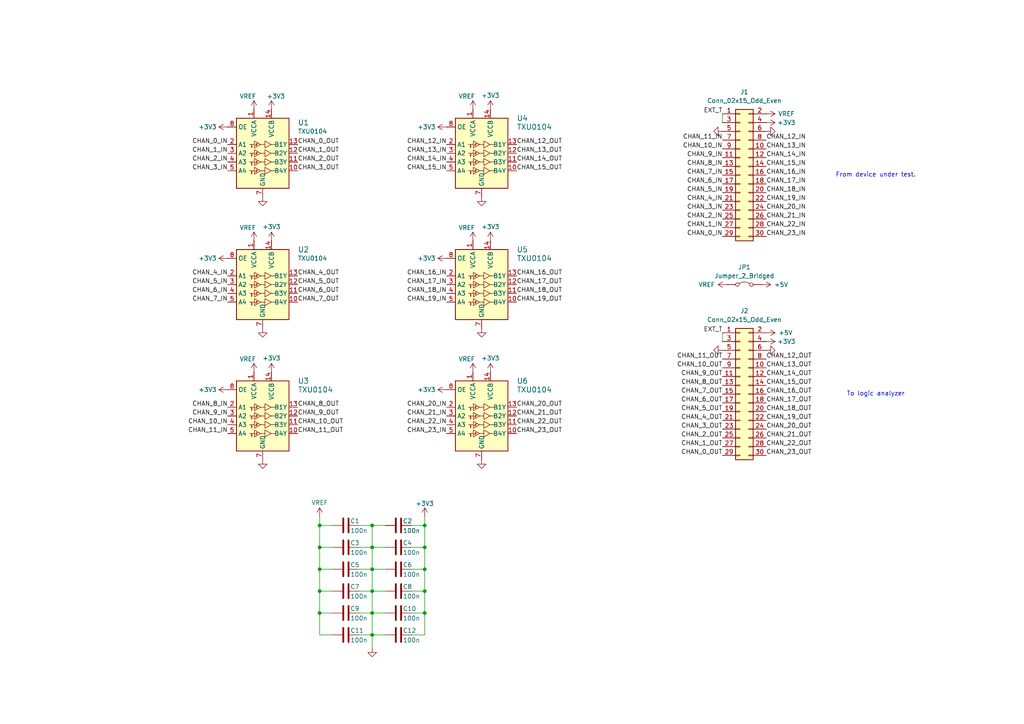
<source format=kicad_sch>
(kicad_sch (version 20231120) (generator "eeschema") (generator_version "8.0")
  (paper "A4")
  (title_block (title "peeko input level shifter") (date "2024-09-19") (rev "001"))
  (lib_symbols
    (symbol "000_LOCAL:Jumper_2_Bridged" (pin_numbers hide) (pin_names (offset 0) hide) (exclude_from_sim yes)
      (property "Reference" "JP" (at 0 1.905 0))
      (property "Value" "Jumper_2_Bridged" (at 0 -2.54 0))
      (symbol "Jumper_2_Bridged_0_0"
        (circle (center -2.032 0) (radius 0.508))
        (circle (center 2.032 0) (radius 0.508))
      )
      (symbol "Jumper_2_Bridged_0_1"
        (arc (start 1.524 0.254) (mid 0 0.762) (end -1.524 0.254))
      )
      (symbol "Jumper_2_Bridged_1_1"
        (pin passive line (at -5.08 0 0) (length 2.54) (name "A") (number "1"))
        (pin passive line (at 5.08 0 180) (length 2.54) (name "B") (number "2"))
      )
    )
    (symbol "000_LOCAL:TXU0104"
      (property "Reference" "U" (at -6.35 11.43 0))
      (property "Value" "TXU0104" (at 3.81 11.43 0))
      (symbol "TXU0104_0_1"
        (rectangle (start -7.62 10.16) (end 7.62 -10.16) (stroke (width 0.254)) (fill (type background)))
        (polyline (pts (xy -2.413 -5.08) (xy -3.81 -5.08)))
        (polyline (pts (xy -2.413 -2.54) (xy -3.81 -2.54)))
        (polyline (pts (xy -2.413 0) (xy -3.81 0)))
        (polyline (pts (xy -2.413 2.54) (xy -3.81 2.54)))
        (polyline (pts (xy -0.635 -5.08) (xy 0.635 -5.08)))
        (polyline (pts (xy -0.635 -2.54) (xy 0.635 -2.54)))
        (polyline (pts (xy -0.635 0) (xy 0.635 0)))
        (polyline (pts (xy -0.635 2.54) (xy 0.635 2.54)))
        (polyline (pts (xy 2.413 -5.08) (xy 3.81 -5.08)))
        (polyline (pts (xy 2.413 -2.54) (xy 3.81 -2.54)))
        (polyline (pts (xy 2.413 0) (xy 3.81 0)))
        (polyline (pts (xy 2.413 2.54) (xy 3.81 2.54)))
        (polyline (pts (xy -0.635 -5.08) (xy -2.413 -6.096) (xy -2.413 -4.064) (xy -0.635 -5.08)))
        (polyline (pts (xy -0.635 -2.54) (xy -2.413 -3.556) (xy -2.413 -1.524) (xy -0.635 -2.54)))
        (polyline (pts (xy -0.635 0) (xy -2.413 -1.016) (xy -2.413 1.016) (xy -0.635 0)))
        (polyline (pts (xy -0.635 2.54) (xy -2.413 1.524) (xy -2.413 3.556) (xy -0.635 2.54)))
        (polyline (pts (xy 2.413 -5.08) (xy 0.635 -6.096) (xy 0.635 -4.064) (xy 2.413 -5.08)))
        (polyline (pts (xy 2.413 -2.54) (xy 0.635 -3.556) (xy 0.635 -1.524) (xy 2.413 -2.54)))
        (polyline (pts (xy 2.413 0) (xy 0.635 -1.016) (xy 0.635 1.016) (xy 2.413 0)))
        (polyline (pts (xy 2.413 2.54) (xy 0.635 1.524) (xy 0.635 3.556) (xy 2.413 2.54)))
        (polyline (pts (xy -3.175 -5.08) (xy -3.175 -5.207) (xy -3.302 -5.334) (xy -3.048 -5.461) (xy -3.302 -5.588) (xy -3.048 -5.715) (xy -3.302 -5.842) (xy -3.175 -5.969) (xy -3.175 -6.096)))
        (polyline (pts (xy -3.175 -2.54) (xy -3.175 -2.667) (xy -3.302 -2.794) (xy -3.048 -2.921) (xy -3.302 -3.048) (xy -3.048 -3.175) (xy -3.302 -3.302) (xy -3.175 -3.429) (xy -3.175 -3.556)))
        (polyline (pts (xy -3.175 0) (xy -3.175 -0.127) (xy -3.302 -0.254) (xy -3.048 -0.381) (xy -3.302 -0.508) (xy -3.048 -0.635) (xy -3.302 -0.762) (xy -3.175 -0.889) (xy -3.175 -1.016)))
        (polyline (pts (xy -3.175 2.54) (xy -3.175 2.413) (xy -3.302 2.286) (xy -3.048 2.159) (xy -3.302 2.032) (xy -3.048 1.905) (xy -3.302 1.778) (xy -3.175 1.651) (xy -3.175 1.524)))
      )
      (symbol "TXU0104_1_1"
        (polyline (pts (xy -1.6764 -4.8514) (xy -1.4224 -4.8514)))
        (polyline (pts (xy -1.6764 -2.3114) (xy -1.4224 -2.3114)))
        (polyline (pts (xy -1.6764 0.2286) (xy -1.4224 0.2286)))
        (polyline (pts (xy -1.6764 2.7686) (xy -1.4224 2.7686)))
        (polyline (pts (xy -1.9304 -5.3594) (xy -1.9304 -4.8514) (xy -1.6764 -4.8514) (xy -1.6764 -5.3594) (xy -2.1844 -5.3594)))
        (polyline (pts (xy -1.9304 -2.8194) (xy -1.9304 -2.3114) (xy -1.6764 -2.3114) (xy -1.6764 -2.8194) (xy -2.1844 -2.8194)))
        (polyline (pts (xy -1.9304 -0.2794) (xy -1.9304 0.2286) (xy -1.6764 0.2286) (xy -1.6764 -0.2794) (xy -2.1844 -0.2794)))
        (polyline (pts (xy -1.9304 2.2606) (xy -1.9304 2.7686) (xy -1.6764 2.7686) (xy -1.6764 2.2606) (xy -2.1844 2.2606)))
        (pin power_in line (at -2.54 12.7 270) (length 2.54) (name "VCCA") (number "1"))
        (pin tri_state line (at 10.16 -5.08 180) (length 2.54) (name "B4Y") (number "10"))
        (pin tri_state line (at 10.16 -2.54 180) (length 2.54) (name "B3Y") (number "11"))
        (pin tri_state line (at 10.16 0 180) (length 2.54) (name "B2Y") (number "12"))
        (pin tri_state line (at 10.16 2.54 180) (length 2.54) (name "B1Y") (number "13"))
        (pin power_in line (at 2.54 12.7 270) (length 2.54) (name "VCCB") (number "14"))
        (pin input line (at -10.16 2.54 0) (length 2.54) (name "A1") (number "2"))
        (pin input line (at -10.16 0 0) (length 2.54) (name "A2") (number "3"))
        (pin input line (at -10.16 -2.54 0) (length 2.54) (name "A3") (number "4"))
        (pin input line (at -10.16 -5.08 0) (length 2.54) (name "A4") (number "5"))
        (pin no_connect line (at -7.62 -7.62 0) (length 2.54) hide (name "NC") (number "6"))
        (pin power_in line (at 0 -12.7 90) (length 2.54) (name "GND") (number "7"))
        (pin input line (at -10.16 7.62 0) (length 2.54) (name "OE") (number "8"))
        (pin no_connect line (at 7.62 -7.62 180) (length 2.54) hide (name "NC") (number "9"))
      )
    )
    (symbol "Connector_Generic:Conn_02x15_Odd_Even" (pin_names (offset 1.016) hide)
      (property "Reference" "J" (at 1.27 20.32 0))
      (property "Value" "Conn_02x15_Odd_Even" (at 1.27 -20.32 0))
      (symbol "Conn_02x15_Odd_Even_1_1"
        (rectangle (start -1.27 -17.653) (end 0 -17.907) (stroke (width 0.1524)))
        (rectangle (start -1.27 -15.113) (end 0 -15.367) (stroke (width 0.1524)))
        (rectangle (start -1.27 -12.573) (end 0 -12.827) (stroke (width 0.1524)))
        (rectangle (start -1.27 -10.033) (end 0 -10.287) (stroke (width 0.1524)))
        (rectangle (start -1.27 -7.493) (end 0 -7.747) (stroke (width 0.1524)))
        (rectangle (start -1.27 -4.953) (end 0 -5.207) (stroke (width 0.1524)))
        (rectangle (start -1.27 -2.413) (end 0 -2.667) (stroke (width 0.1524)))
        (rectangle (start -1.27 0.127) (end 0 -0.127) (stroke (width 0.1524)))
        (rectangle (start -1.27 2.667) (end 0 2.413) (stroke (width 0.1524)))
        (rectangle (start -1.27 5.207) (end 0 4.953) (stroke (width 0.1524)))
        (rectangle (start -1.27 7.747) (end 0 7.493) (stroke (width 0.1524)))
        (rectangle (start -1.27 10.287) (end 0 10.033) (stroke (width 0.1524)))
        (rectangle (start -1.27 12.827) (end 0 12.573) (stroke (width 0.1524)))
        (rectangle (start -1.27 15.367) (end 0 15.113) (stroke (width 0.1524)))
        (rectangle (start -1.27 17.907) (end 0 17.653) (stroke (width 0.1524)))
        (rectangle (start -1.27 19.05) (end 3.81 -19.05) (stroke (width 0.254)) (fill (type background)))
        (rectangle (start 3.81 -17.653) (end 2.54 -17.907) (stroke (width 0.1524)))
        (rectangle (start 3.81 -15.113) (end 2.54 -15.367) (stroke (width 0.1524)))
        (rectangle (start 3.81 -12.573) (end 2.54 -12.827) (stroke (width 0.1524)))
        (rectangle (start 3.81 -10.033) (end 2.54 -10.287) (stroke (width 0.1524)))
        (rectangle (start 3.81 -7.493) (end 2.54 -7.747) (stroke (width 0.1524)))
        (rectangle (start 3.81 -4.953) (end 2.54 -5.207) (stroke (width 0.1524)))
        (rectangle (start 3.81 -2.413) (end 2.54 -2.667) (stroke (width 0.1524)))
        (rectangle (start 3.81 0.127) (end 2.54 -0.127) (stroke (width 0.1524)))
        (rectangle (start 3.81 2.667) (end 2.54 2.413) (stroke (width 0.1524)))
        (rectangle (start 3.81 5.207) (end 2.54 4.953) (stroke (width 0.1524)))
        (rectangle (start 3.81 7.747) (end 2.54 7.493) (stroke (width 0.1524)))
        (rectangle (start 3.81 10.287) (end 2.54 10.033) (stroke (width 0.1524)))
        (rectangle (start 3.81 12.827) (end 2.54 12.573) (stroke (width 0.1524)))
        (rectangle (start 3.81 15.367) (end 2.54 15.113) (stroke (width 0.1524)))
        (rectangle (start 3.81 17.907) (end 2.54 17.653) (stroke (width 0.1524)))
        (pin passive line (at -5.08 17.78 0) (length 3.81) (name "Pin_1") (number "1"))
        (pin passive line (at 7.62 7.62 180) (length 3.81) (name "Pin_10") (number "10"))
        (pin passive line (at -5.08 5.08 0) (length 3.81) (name "Pin_11") (number "11"))
        (pin passive line (at 7.62 5.08 180) (length 3.81) (name "Pin_12") (number "12"))
        (pin passive line (at -5.08 2.54 0) (length 3.81) (name "Pin_13") (number "13"))
        (pin passive line (at 7.62 2.54 180) (length 3.81) (name "Pin_14") (number "14"))
        (pin passive line (at -5.08 0 0) (length 3.81) (name "Pin_15") (number "15"))
        (pin passive line (at 7.62 0 180) (length 3.81) (name "Pin_16") (number "16"))
        (pin passive line (at -5.08 -2.54 0) (length 3.81) (name "Pin_17") (number "17"))
        (pin passive line (at 7.62 -2.54 180) (length 3.81) (name "Pin_18") (number "18"))
        (pin passive line (at -5.08 -5.08 0) (length 3.81) (name "Pin_19") (number "19"))
        (pin passive line (at 7.62 17.78 180) (length 3.81) (name "Pin_2") (number "2"))
        (pin passive line (at 7.62 -5.08 180) (length 3.81) (name "Pin_20") (number "20"))
        (pin passive line (at -5.08 -7.62 0) (length 3.81) (name "Pin_21") (number "21"))
        (pin passive line (at 7.62 -7.62 180) (length 3.81) (name "Pin_22") (number "22"))
        (pin passive line (at -5.08 -10.16 0) (length 3.81) (name "Pin_23") (number "23"))
        (pin passive line (at 7.62 -10.16 180) (length 3.81) (name "Pin_24") (number "24"))
        (pin passive line (at -5.08 -12.7 0) (length 3.81) (name "Pin_25") (number "25"))
        (pin passive line (at 7.62 -12.7 180) (length 3.81) (name "Pin_26") (number "26"))
        (pin passive line (at -5.08 -15.24 0) (length 3.81) (name "Pin_27") (number "27"))
        (pin passive line (at 7.62 -15.24 180) (length 3.81) (name "Pin_28") (number "28"))
        (pin passive line (at -5.08 -17.78 0) (length 3.81) (name "Pin_29") (number "29"))
        (pin passive line (at -5.08 15.24 0) (length 3.81) (name "Pin_3") (number "3"))
        (pin passive line (at 7.62 -17.78 180) (length 3.81) (name "Pin_30") (number "30"))
        (pin passive line (at 7.62 15.24 180) (length 3.81) (name "Pin_4") (number "4"))
        (pin passive line (at -5.08 12.7 0) (length 3.81) (name "Pin_5") (number "5"))
        (pin passive line (at 7.62 12.7 180) (length 3.81) (name "Pin_6") (number "6"))
        (pin passive line (at -5.08 10.16 0) (length 3.81) (name "Pin_7") (number "7"))
        (pin passive line (at 7.62 10.16 180) (length 3.81) (name "Pin_8") (number "8"))
        (pin passive line (at -5.08 7.62 0) (length 3.81) (name "Pin_9") (number "9"))
      )
    )
    (symbol "Device:C" (pin_numbers hide) (pin_names (offset 0.254))
      (property "Reference" "C" (at 0.635 2.54 0))
      (property "Value" "C" (at 0.635 -2.54 0))
      (symbol "C_0_1"
        (polyline (pts (xy -2.032 -0.762) (xy 2.032 -0.762)) (stroke (width 0.508)))
        (polyline (pts (xy -2.032 0.762) (xy 2.032 0.762)) (stroke (width 0.508)))
      )
      (symbol "C_1_1"
        (pin passive line (at 0 3.81 270) (length 2.794) (name "~") (number "1"))
        (pin passive line (at 0 -3.81 90) (length 2.794) (name "~") (number "2"))
      )
    )
    (symbol "power:+3V3" (power) (pin_numbers hide) (pin_names (offset 0) hide)
      (property "Value" "+3V3" (at 0 3.556 0))
      (symbol "+3V3_0_1"
        (polyline (pts (xy -0.762 1.27) (xy 0 2.54)))
        (polyline (pts (xy 0 0) (xy 0 2.54)))
        (polyline (pts (xy 0 2.54) (xy 0.762 1.27)))
      )
      (symbol "+3V3_1_1"
        (pin power_in line (at 0 0 90) (length 0) (name "~") (number "1"))
      )
    )
    (symbol "power:+5V" (power) (pin_numbers hide) (pin_names (offset 0) hide)
      (property "Value" "+5V" (at 0 3.556 0))
      (symbol "+5V_0_1"
        (polyline (pts (xy -0.762 1.27) (xy 0 2.54)))
        (polyline (pts (xy 0 0) (xy 0 2.54)))
        (polyline (pts (xy 0 2.54) (xy 0.762 1.27)))
      )
      (symbol "+5V_1_1"
        (pin power_in line (at 0 0 90) (length 0) (name "~") (number "1"))
      )
    )
    (symbol "power:GND" (power) (pin_numbers hide) (pin_names (offset 0) hide)
      (property "Value" "GND" (at 0 -3.81 0))
      (symbol "GND_0_1"
        (polyline (pts (xy 0 0) (xy 0 -1.27) (xy 1.27 -1.27) (xy 0 -2.54) (xy -1.27 -1.27) (xy 0 -1.27)))
      )
      (symbol "GND_1_1"
        (pin power_in line (at 0 0 270) (length 0) (name "~") (number "1"))
      )
    )
    (symbol "power:VBUS" (power) (pin_numbers hide) (pin_names (offset 0) hide)
      (property "Value" "VBUS" (at 0 3.556 0))
      (symbol "VBUS_0_1"
        (polyline (pts (xy -0.762 1.27) (xy 0 2.54)))
        (polyline (pts (xy 0 0) (xy 0 2.54)))
        (polyline (pts (xy 0 2.54) (xy 0.762 1.27)))
      )
      (symbol "VBUS_1_1"
        (pin power_in line (at 0 0 90) (length 0) (name "~") (number "1"))
      )
    )
  )
  (junction (at 92.71 152.4))
  (junction (at 107.95 177.8))
  (junction (at 123.19 165.1))
  (junction (at 107.95 171.45))
  (junction (at 92.71 177.8))
  (junction (at 107.95 158.75))
  (junction (at 92.71 158.75))
  (junction (at 107.95 165.1))
  (junction (at 92.71 165.1))
  (junction (at 92.71 171.45))
  (junction (at 123.19 177.8))
  (junction (at 123.19 158.75))
  (junction (at 123.19 152.4))
  (junction (at 107.95 184.15))
  (junction (at 107.95 152.4))
  (junction (at 123.19 171.45))
  (wire (pts (xy 123.19 158.75) (xy 123.19 165.1)))
  (wire (pts (xy 209.55 35.56) (xy 209.55 33.02)))
  (wire (pts (xy 107.95 177.8) (xy 111.76 177.8)))
  (wire (pts (xy 119.38 165.1) (xy 123.19 165.1)))
  (wire (pts (xy 104.14 171.45) (xy 107.95 171.45)))
  (wire (pts (xy 107.95 171.45) (xy 111.76 171.45)))
  (wire (pts (xy 119.38 152.4) (xy 123.19 152.4)))
  (wire (pts (xy 107.95 177.8) (xy 107.95 184.15)))
  (wire (pts (xy 123.19 152.4) (xy 123.19 158.75)))
  (wire (pts (xy 123.19 165.1) (xy 123.19 171.45)))
  (wire (pts (xy 92.71 171.45) (xy 96.52 171.45)))
  (wire (pts (xy 92.71 165.1) (xy 92.71 171.45)))
  (wire (pts (xy 92.71 158.75) (xy 96.52 158.75)))
  (wire (pts (xy 104.14 177.8) (xy 107.95 177.8)))
  (wire (pts (xy 119.38 158.75) (xy 123.19 158.75)))
  (wire (pts (xy 107.95 158.75) (xy 111.76 158.75)))
  (wire (pts (xy 107.95 171.45) (xy 107.95 177.8)))
  (wire (pts (xy 107.95 152.4) (xy 107.95 158.75)))
  (wire (pts (xy 119.38 184.15) (xy 123.19 184.15)))
  (wire (pts (xy 92.71 177.8) (xy 96.52 177.8)))
  (wire (pts (xy 107.95 165.1) (xy 111.76 165.1)))
  (wire (pts (xy 92.71 184.15) (xy 96.52 184.15)))
  (wire (pts (xy 92.71 165.1) (xy 96.52 165.1)))
  (wire (pts (xy 123.19 177.8) (xy 123.19 184.15)))
  (wire (pts (xy 209.55 99.06) (xy 209.55 96.52)))
  (wire (pts (xy 104.14 152.4) (xy 107.95 152.4)))
  (wire (pts (xy 119.38 171.45) (xy 123.19 171.45)))
  (wire (pts (xy 123.19 149.86) (xy 123.19 152.4)))
  (wire (pts (xy 119.38 177.8) (xy 123.19 177.8)))
  (wire (pts (xy 123.19 171.45) (xy 123.19 177.8)))
  (wire (pts (xy 107.95 187.96) (xy 107.95 184.15)))
  (wire (pts (xy 92.71 152.4) (xy 96.52 152.4)))
  (wire (pts (xy 92.71 158.75) (xy 92.71 165.1)))
  (wire (pts (xy 107.95 158.75) (xy 107.95 165.1)))
  (wire (pts (xy 104.14 184.15) (xy 107.95 184.15)))
  (wire (pts (xy 107.95 152.4) (xy 111.76 152.4)))
  (wire (pts (xy 104.14 158.75) (xy 107.95 158.75)))
  (wire (pts (xy 104.14 165.1) (xy 107.95 165.1)))
  (wire (pts (xy 107.95 165.1) (xy 107.95 171.45)))
  (wire (pts (xy 107.95 184.15) (xy 111.76 184.15)))
  (wire (pts (xy 92.71 171.45) (xy 92.71 177.8)))
  (wire (pts (xy 92.71 149.86) (xy 92.71 152.4)))
  (wire (pts (xy 92.71 152.4) (xy 92.71 158.75)))
  (wire (pts (xy 92.71 177.8) (xy 92.71 184.15)))
  (text "To logic analyzer" (at 254 114.3 0) (effects (font (size 1.27 1.27))))
  (text "From device under test." (at 254 50.8 0) (effects (font (size 1.27 1.27))))
  (label "CHAN_8_IN" (at 66.04 118.11 180))
  (label "CHAN_9_IN" (at 66.04 120.65 180))
  (label "CHAN_3_IN" (at 209.55 60.96 180))
  (label "CHAN_12_OUT" (at 222.25 104.14 0))
  (label "CHAN_3_OUT" (at 86.36 49.53 0))
  (label "CHAN_19_OUT" (at 149.86 87.63 0))
  (label "CHAN_7_OUT" (at 209.55 114.3 180))
  (label "CHAN_9_IN" (at 209.55 45.72 180))
  (label "CHAN_16_OUT" (at 149.86 80.01 0))
  (label "CHAN_23_IN" (at 129.54 125.73 180))
  (label "CHAN_12_IN" (at 129.54 41.91 180))
  (label "CHAN_5_IN" (at 209.55 55.88 180))
  (label "CHAN_20_IN" (at 222.25 60.96 0))
  (label "CHAN_11_IN" (at 66.04 125.73 180))
  (label "CHAN_6_OUT" (at 86.36 85.09 0))
  (label "CHAN_20_IN" (at 129.54 118.11 180))
  (label "CHAN_7_IN" (at 209.55 50.8 180))
  (label "CHAN_21_IN" (at 129.54 120.65 180))
  (label "CHAN_5_OUT" (at 209.55 119.38 180))
  (label "CHAN_21_OUT" (at 222.25 127 0))
  (label "CHAN_14_IN" (at 129.54 46.99 180))
  (label "CHAN_13_OUT" (at 149.86 44.45 0))
  (label "CHAN_2_IN" (at 209.55 63.5 180))
  (label "CHAN_3_OUT" (at 209.55 124.46 180))
  (label "CHAN_2_IN" (at 66.04 46.99 180))
  (label "CHAN_8_OUT" (at 209.55 111.76 180))
  (label "CHAN_3_IN" (at 66.04 49.53 180))
  (label "CHAN_14_OUT" (at 149.86 46.99 0))
  (label "CHAN_22_IN" (at 129.54 123.19 180))
  (label "CHAN_13_IN" (at 129.54 44.45 180))
  (label "CHAN_14_OUT" (at 222.25 109.22 0))
  (label "CHAN_22_OUT" (at 149.86 123.19 0))
  (label "CHAN_0_IN" (at 66.04 41.91 180))
  (label "CHAN_21_OUT" (at 149.86 120.65 0))
  (label "CHAN_19_OUT" (at 222.25 121.92 0))
  (label "CHAN_1_OUT" (at 209.55 129.54 180))
  (label "CHAN_10_OUT" (at 86.36 123.19 0))
  (label "EXT_T" (at 209.55 33.02 180))
  (label "CHAN_8_OUT" (at 86.36 118.11 0))
  (label "CHAN_0_IN" (at 209.55 68.58 180))
  (label "CHAN_4_IN" (at 66.04 80.01 180))
  (label "CHAN_5_IN" (at 66.04 82.55 180))
  (label "CHAN_0_OUT" (at 86.36 41.91 0))
  (label "CHAN_19_IN" (at 129.54 87.63 180))
  (label "CHAN_23_IN" (at 222.25 68.58 0))
  (label "CHAN_4_IN" (at 209.55 58.42 180))
  (label "CHAN_8_IN" (at 209.55 48.26 180))
  (label "CHAN_5_OUT" (at 86.36 82.55 0))
  (label "CHAN_16_IN" (at 222.25 50.8 0))
  (label "CHAN_16_OUT" (at 222.25 114.3 0))
  (label "CHAN_0_OUT" (at 209.55 132.08 180))
  (label "CHAN_19_IN" (at 222.25 58.42 0))
  (label "CHAN_1_IN" (at 209.55 66.04 180))
  (label "CHAN_15_IN" (at 222.25 48.26 0))
  (label "CHAN_18_IN" (at 222.25 55.88 0))
  (label "CHAN_17_OUT" (at 222.25 116.84 0))
  (label "CHAN_17_IN" (at 222.25 53.34 0))
  (label "CHAN_22_IN" (at 222.25 66.04 0))
  (label "CHAN_22_OUT" (at 222.25 129.54 0))
  (label "CHAN_4_OUT" (at 209.55 121.92 180))
  (label "CHAN_16_IN" (at 129.54 80.01 180))
  (label "CHAN_6_IN" (at 66.04 85.09 180))
  (label "CHAN_1_OUT" (at 86.36 44.45 0))
  (label "CHAN_6_OUT" (at 209.55 116.84 180))
  (label "CHAN_15_OUT" (at 222.25 111.76 0))
  (label "CHAN_9_OUT" (at 209.55 109.22 180))
  (label "CHAN_12_OUT" (at 149.86 41.91 0))
  (label "CHAN_15_IN" (at 129.54 49.53 180))
  (label "CHAN_23_OUT" (at 149.86 125.73 0))
  (label "CHAN_4_OUT" (at 86.36 80.01 0))
  (label "CHAN_7_OUT" (at 86.36 87.63 0))
  (label "CHAN_11_OUT" (at 86.36 125.73 0))
  (label "CHAN_10_IN" (at 209.55 43.18 180))
  (label "CHAN_20_OUT" (at 222.25 124.46 0))
  (label "CHAN_18_IN" (at 129.54 85.09 180))
  (label "CHAN_13_OUT" (at 222.25 106.68 0))
  (label "CHAN_9_OUT" (at 86.36 120.65 0))
  (label "EXT_T" (at 209.55 96.52 180))
  (label "CHAN_17_OUT" (at 149.86 82.55 0))
  (label "CHAN_23_OUT" (at 222.25 132.08 0))
  (label "CHAN_20_OUT" (at 149.86 118.11 0))
  (label "CHAN_18_OUT" (at 222.25 119.38 0))
  (label "CHAN_10_IN" (at 66.04 123.19 180))
  (label "CHAN_12_IN" (at 222.25 40.64 0))
  (label "CHAN_2_OUT" (at 209.55 127 180))
  (label "CHAN_15_OUT" (at 149.86 49.53 0))
  (label "CHAN_2_OUT" (at 86.36 46.99 0))
  (label "CHAN_7_IN" (at 66.04 87.63 180))
  (label "CHAN_1_IN" (at 66.04 44.45 180))
  (label "CHAN_17_IN" (at 129.54 82.55 180))
  (label "CHAN_11_OUT" (at 209.55 104.14 180))
  (label "CHAN_14_IN" (at 222.25 45.72 0))
  (label "CHAN_6_IN" (at 209.55 53.34 180))
  (label "CHAN_13_IN" (at 222.25 43.18 0))
  (label "CHAN_21_IN" (at 222.25 63.5 0))
  (label "CHAN_18_OUT" (at 149.86 85.09 0))
  (label "CHAN_10_OUT" (at 209.55 106.68 180))
  (label "CHAN_11_IN" (at 209.55 40.64 180))
  (symbol (lib_id "power:+3V3") (at 78.74 31.75 0) (unit 1)
    (property "Reference" "#PWR02" (effects (hide yes)))
    (property "Value" "+3V3" (at 80.01 27.94 0))
    (property "Description" "Power symbol creates a global label with name \"+3V3\"" (effects (hide yes)))
  )
  (symbol (lib_id "power:GND") (at 107.95 187.96 0) (mirror y) (unit 1)
    (property "Reference" "#PWR027" (effects (hide yes)))
    (property "Value" "GND" (effects (hide yes)))
    (property "Description" "Power symbol creates a global label with name \"GND\" , ground" (effects (hide yes)))
  )
  (symbol (lib_id "Device:C") (at 115.57 152.4 270) (unit 1)
    (property "Reference" "C2" (at 116.84 151.13 90) (effects (justify left)))
    (property "Value" "100n" (at 116.84 153.924 90) (effects (justify left)))
    (property "Footprint" "000_LOCAL:C_0805" (effects (hide yes)))
  )
  (symbol (lib_id "power:GND") (at 76.2 57.15 0) (unit 1)
    (property "Reference" "#PWR01" (effects (hide yes)))
    (property "Value" "GND" (effects (hide yes)))
    (property "Description" "Power symbol creates a global label with name \"GND\" , ground" (effects (hide yes)))
  )
  (symbol (lib_id "power:+3V3") (at 78.74 107.95 0) (unit 1)
    (property "Reference" "#PWR011" (effects (hide yes)))
    (property "Value" "+3V3" (at 78.74 103.886 0))
    (property "Description" "Power symbol creates a global label with name \"+3V3\"" (effects (hide yes)))
  )
  (symbol (lib_id "Device:C") (at 115.57 184.15 270) (unit 1)
    (property "Reference" "C12" (at 116.84 182.88 90) (effects (justify left)))
    (property "Value" "100n" (at 116.84 185.674 90) (effects (justify left)))
    (property "Footprint" "000_LOCAL:C_0805" (effects (hide yes)))
  )
  (symbol (lib_id "power:+5V") (at 222.25 96.52 270) (mirror x) (unit 1)
    (property "Reference" "#PWR030" (effects (hide yes)))
    (property "Value" "+5V" (at 225.806 96.52 90) (effects (justify left)))
    (property "Description" "Power symbol creates a global label with name \"+5V\"" (effects (hide yes)))
  )
  (symbol (lib_id "power:+3V3") (at 129.54 36.83 90) (unit 1)
    (property "Reference" "#PWR013" (effects (hide yes)))
    (property "Value" "+3V3" (at 123.698 36.83 90))
    (property "Description" "Power symbol creates a global label with name \"+3V3\"" (effects (hide yes)))
  )
  (symbol (lib_id "Device:C") (at 100.33 165.1 270) (unit 1)
    (property "Reference" "C5" (at 101.6 163.83 90) (effects (justify left)))
    (property "Value" "100n" (at 101.6 166.624 90) (effects (justify left)))
    (property "Footprint" "000_LOCAL:C_0805" (effects (hide yes)))
  )
  (symbol (lib_id "power:VBUS") (at 73.66 107.95 0) (unit 1)
    (property "Reference" "#PWR010" (effects (hide yes)))
    (property "Value" "VREF" (at 71.882 104.14 0))
  )
  (symbol (lib_id "000_LOCAL:TXU0104") (at 76.2 82.55 0) (unit 1)
    (property "Reference" "U2" (at 86.36 72.39 0) (effects (font (size 1.524 1.524)) (justify left)))
    (property "Value" "TXU0104" (at 86.36 74.93 0) (effects (justify left)))
    (property "Footprint" "000_LOCAL:TSSOP-14_4.4x5mm_P0.65mm" (effects (hide yes)))
    (property "Datasheet" "datasheets/txu0104.pdf" (effects (hide yes)))
    (property "Description" "4-Bit Unidirectional Voltage-Level Translator, Schmitt trigger input, tri-state output, 1.1v to 5.5v, vTSSOP-14" (effects (hide yes)))
  )
  (symbol (lib_id "Device:C") (at 115.57 165.1 270) (unit 1)
    (property "Reference" "C6" (at 116.84 163.83 90) (effects (justify left)))
    (property "Value" "100n" (at 116.84 166.624 90) (effects (justify left)))
    (property "Footprint" "000_LOCAL:C_0805" (effects (hide yes)))
  )
  (symbol (lib_id "Device:C") (at 115.57 177.8 270) (unit 1)
    (property "Reference" "C10" (at 116.84 176.53 90) (effects (justify left)))
    (property "Value" "100n" (at 116.84 179.324 90) (effects (justify left)))
    (property "Footprint" "000_LOCAL:C_0805" (effects (hide yes)))
  )
  (symbol (lib_id "power:+3V3") (at 78.74 69.85 0) (unit 1)
    (property "Reference" "#PWR06" (effects (hide yes)))
    (property "Value" "+3V3" (at 78.74 65.786 0))
    (property "Description" "Power symbol creates a global label with name \"+3V3\"" (effects (hide yes)))
  )
  (symbol (lib_id "power:+3V3") (at 222.25 99.06 270) (mirror x) (unit 1)
    (property "Reference" "#PWR031" (effects (hide yes)))
    (property "Value" "+3V3" (at 228.092 99.06 90))
    (property "Description" "Power symbol creates a global label with name \"+3V3\"" (effects (hide yes)))
  )
  (symbol (lib_id "power:+3V3") (at 66.04 113.03 90) (unit 1)
    (property "Reference" "#PWR012" (effects (hide yes)))
    (property "Value" "+3V3" (at 60.198 113.03 90))
    (property "Description" "Power symbol creates a global label with name \"+3V3\"" (effects (hide yes)))
  )
  (symbol (lib_id "Device:C") (at 100.33 152.4 270) (unit 1)
    (property "Reference" "C1" (at 101.6 151.13 90) (effects (justify left)))
    (property "Value" "100n" (at 101.6 153.924 90) (effects (justify left)))
    (property "Footprint" "000_LOCAL:C_0805" (effects (hide yes)))
  )
  (symbol (lib_id "000_LOCAL:TXU0104") (at 76.2 44.45 0) (unit 1)
    (property "Reference" "U1" (at 86.36 35.56 0) (effects (font (size 1.524 1.524)) (justify left)))
    (property "Value" "TXU0104" (at 86.36 38.1 0) (effects (justify left)))
    (property "Footprint" "000_LOCAL:TSSOP-14_4.4x5mm_P0.65mm" (effects (hide yes)))
    (property "Datasheet" "datasheets/txu0104.pdf" (effects (hide yes)))
    (property "Description" "4-Bit Unidirectional Voltage-Level Translator, Schmitt trigger input, tri-state output, 1.1v to 5.5v, vTSSOP-14" (effects (hide yes)))
  )
  (symbol (lib_id "power:+3V3") (at 142.24 31.75 0) (unit 1)
    (property "Reference" "#PWR016" (effects (hide yes)))
    (property "Value" "+3V3" (at 142.24 27.686 0))
    (property "Description" "Power symbol creates a global label with name \"+3V3\"" (effects (hide yes)))
  )
  (symbol (lib_id "power:VBUS") (at 73.66 31.75 0) (unit 1)
    (property "Reference" "#PWR03" (effects (hide yes)))
    (property "Value" "VREF" (at 71.882 27.94 0))
  )
  (symbol (lib_id "Device:C") (at 115.57 171.45 270) (unit 1)
    (property "Reference" "C8" (at 116.84 170.18 90) (effects (justify left)))
    (property "Value" "100n" (at 116.84 172.974 90) (effects (justify left)))
    (property "Footprint" "000_LOCAL:C_0805" (effects (hide yes)))
  )
  (symbol (lib_id "Connector_Generic:Conn_02x15_Odd_Even") (at 214.63 114.3 0) (unit 1)
    (property "Reference" "J2" (at 215.9 90.17 0))
    (property "Value" "Conn_02x15_Odd_Even" (at 215.9 92.71 0))
    (property "Footprint" "000_LOCAL:IDC_02x15_2.54_THT_female_pcb_edge" (effects (hide yes)))
  )
  (symbol (lib_id "000_LOCAL:Jumper_2_Bridged") (at 215.9 82.55 0) (mirror y) (unit 1) (exclude_from_sim yes)
    (property "Reference" "JP1" (at 215.9 77.47 0))
    (property "Value" "Jumper_2_Bridged" (at 215.9 80.01 0))
    (property "Footprint" "000_LOCAL:PinHeader_1x02_P2.54mm_Horizontal jumper closed" (effects (hide yes)))
    (property "Description" "Jumper, 2-pole, closed/bridged" (effects (hide yes)))
  )
  (symbol (lib_id "power:GND") (at 222.25 101.6 90) (mirror x) (unit 1)
    (property "Reference" "#PWR033" (effects (hide yes)))
    (property "Value" "GND" (effects (hide yes)))
    (property "Description" "Power symbol creates a global label with name \"GND\" , ground" (effects (hide yes)))
  )
  (symbol (lib_id "Device:C") (at 100.33 177.8 270) (unit 1)
    (property "Reference" "C9" (at 101.6 176.53 90) (effects (justify left)))
    (property "Value" "100n" (at 101.6 179.324 90) (effects (justify left)))
    (property "Footprint" "000_LOCAL:C_0805" (effects (hide yes)))
  )
  (symbol (lib_id "power:+5V") (at 220.98 82.55 270) (unit 1)
    (property "Reference" "#PWR029" (effects (hide yes)))
    (property "Value" "+5V" (at 224.536 82.55 90) (effects (justify left)))
    (property "Description" "Power symbol creates a global label with name \"+5V\"" (effects (hide yes)))
  )
  (symbol (lib_id "power:GND") (at 76.2 133.35 0) (unit 1)
    (property "Reference" "#PWR09" (effects (hide yes)))
    (property "Value" "GND" (effects (hide yes)))
    (property "Description" "Power symbol creates a global label with name \"GND\" , ground" (effects (hide yes)))
  )
  (symbol (lib_id "Device:C") (at 100.33 171.45 270) (unit 1)
    (property "Reference" "C7" (at 101.6 170.18 90) (effects (justify left)))
    (property "Value" "100n" (at 101.6 172.974 90) (effects (justify left)))
    (property "Footprint" "000_LOCAL:C_0805" (effects (hide yes)))
  )
  (symbol (lib_id "power:VBUS") (at 210.82 82.55 90) (unit 1)
    (property "Reference" "#PWR028" (effects (hide yes)))
    (property "Value" "VREF" (at 204.978 82.55 90))
  )
  (symbol (lib_id "power:GND") (at 139.7 133.35 0) (unit 1)
    (property "Reference" "#PWR023" (effects (hide yes)))
    (property "Value" "GND" (effects (hide yes)))
    (property "Description" "Power symbol creates a global label with name \"GND\" , ground" (effects (hide yes)))
  )
  (symbol (lib_id "power:+3V3") (at 129.54 74.93 90) (unit 1)
    (property "Reference" "#PWR017" (effects (hide yes)))
    (property "Value" "+3V3" (at 123.698 74.93 90))
    (property "Description" "Power symbol creates a global label with name \"+3V3\"" (effects (hide yes)))
  )
  (symbol (lib_id "Device:C") (at 100.33 158.75 270) (unit 1)
    (property "Reference" "C3" (at 101.6 157.48 90) (effects (justify left)))
    (property "Value" "100n" (at 101.6 160.274 90) (effects (justify left)))
    (property "Footprint" "000_LOCAL:C_0805" (effects (hide yes)))
  )
  (symbol (lib_id "power:GND") (at 76.2 95.25 0) (unit 1)
    (property "Reference" "#PWR07" (effects (hide yes)))
    (property "Value" "GND" (effects (hide yes)))
    (property "Description" "Power symbol creates a global label with name \"GND\" , ground" (effects (hide yes)))
  )
  (symbol (lib_id "power:GND") (at 222.25 38.1 90) (mirror x) (unit 1)
    (property "Reference" "#PWR035" (effects (hide yes)))
    (property "Value" "GND" (effects (hide yes)))
    (property "Description" "Power symbol creates a global label with name \"GND\" , ground" (effects (hide yes)))
  )
  (symbol (lib_id "000_LOCAL:TXU0104") (at 139.7 82.55 0) (unit 1)
    (property "Reference" "U5" (at 149.86 72.39 0) (effects (font (size 1.524 1.524)) (justify left)))
    (property "Value" "TXU0104" (at 149.86 74.93 0) (effects (font (size 1.524 1.524)) (justify left)))
    (property "Footprint" "000_LOCAL:TSSOP-14_4.4x5mm_P0.65mm" (effects (hide yes)))
    (property "Datasheet" "datasheets/txu0104.pdf" (effects (hide yes)))
    (property "Description" "4-Bit Unidirectional Voltage-Level Translator, Schmitt trigger input, tri-state output, 1.1v to 5.5v, vTSSOP-14" (effects (hide yes)))
  )
  (symbol (lib_id "000_LOCAL:TXU0104") (at 139.7 44.45 0) (unit 1)
    (property "Reference" "U4" (at 149.86 34.29 0) (effects (font (size 1.524 1.524)) (justify left)))
    (property "Value" "TXU0104" (at 149.86 36.83 0) (effects (font (size 1.524 1.524)) (justify left)))
    (property "Footprint" "000_LOCAL:TSSOP-14_4.4x5mm_P0.65mm" (effects (hide yes)))
    (property "Datasheet" "datasheets/txu0104.pdf" (effects (hide yes)))
    (property "Description" "4-Bit Unidirectional Voltage-Level Translator, Schmitt trigger input, tri-state output, 1.1v to 5.5v, vTSSOP-14" (effects (hide yes)))
  )
  (symbol (lib_id "power:GND") (at 139.7 95.25 0) (unit 1)
    (property "Reference" "#PWR019" (effects (hide yes)))
    (property "Value" "GND" (effects (hide yes)))
    (property "Description" "Power symbol creates a global label with name \"GND\" , ground" (effects (hide yes)))
  )
  (symbol (lib_id "000_LOCAL:TXU0104") (at 76.2 120.65 0) (unit 1)
    (property "Reference" "U3" (at 86.36 110.49 0) (effects (font (size 1.524 1.524)) (justify left)))
    (property "Value" "TXU0104" (at 86.36 113.03 0) (effects (font (size 1.524 1.524)) (justify left)))
    (property "Footprint" "000_LOCAL:TSSOP-14_4.4x5mm_P0.65mm" (effects (hide yes)))
    (property "Datasheet" "datasheets/txu0104.pdf" (effects (hide yes)))
    (property "Description" "4-Bit Unidirectional Voltage-Level Translator, Schmitt trigger input, tri-state output, 1.1v to 5.5v, vTSSOP-14" (effects (hide yes)))
  )
  (symbol (lib_id "Device:C") (at 100.33 184.15 270) (unit 1)
    (property "Reference" "C11" (at 101.6 182.88 90) (effects (justify left)))
    (property "Value" "100n" (at 101.6 185.674 90) (effects (justify left)))
    (property "Footprint" "000_LOCAL:C_0805" (effects (hide yes)))
  )
  (symbol (lib_id "power:+3V3") (at 66.04 74.93 90) (unit 1)
    (property "Reference" "#PWR08" (effects (hide yes)))
    (property "Value" "+3V3" (at 60.198 74.93 90))
    (property "Description" "Power symbol creates a global label with name \"+3V3\"" (effects (hide yes)))
  )
  (symbol (lib_id "Device:C") (at 115.57 158.75 270) (unit 1)
    (property "Reference" "C4" (at 116.84 157.48 90) (effects (justify left)))
    (property "Value" "100n" (at 116.84 160.274 90) (effects (justify left)))
    (property "Footprint" "000_LOCAL:C_0805" (effects (hide yes)))
  )
  (symbol (lib_id "000_LOCAL:TXU0104") (at 139.7 120.65 0) (unit 1)
    (property "Reference" "U6" (at 149.86 110.49 0) (effects (font (size 1.524 1.524)) (justify left)))
    (property "Value" "TXU0104" (at 149.86 113.03 0) (effects (font (size 1.524 1.524)) (justify left)))
    (property "Footprint" "000_LOCAL:TSSOP-14_4.4x5mm_P0.65mm" (effects (hide yes)))
    (property "Datasheet" "datasheets/txu0104.pdf" (effects (hide yes)))
    (property "Description" "4-Bit Unidirectional Voltage-Level Translator, Schmitt trigger input, tri-state output, 1.1v to 5.5v, vTSSOP-14" (effects (hide yes)))
  )
  (symbol (lib_id "power:VBUS") (at 92.71 149.86 0) (unit 1)
    (property "Reference" "#PWR026" (effects (hide yes)))
    (property "Value" "VREF" (at 92.71 145.796 0))
  )
  (symbol (lib_id "power:+3V3") (at 129.54 113.03 90) (unit 1)
    (property "Reference" "#PWR021" (effects (hide yes)))
    (property "Value" "+3V3" (at 123.698 113.03 90))
    (property "Description" "Power symbol creates a global label with name \"+3V3\"" (effects (hide yes)))
  )
  (symbol (lib_id "power:+3V3") (at 123.19 149.86 0) (unit 1)
    (property "Reference" "#PWR025" (effects (hide yes)))
    (property "Value" "+3V3" (at 123.19 146.05 0))
    (property "Description" "Power symbol creates a global label with name \"+3V3\"" (effects (hide yes)))
  )
  (symbol (lib_id "power:VBUS") (at 137.16 69.85 0) (unit 1)
    (property "Reference" "#PWR018" (effects (hide yes)))
    (property "Value" "VREF" (at 135.382 66.04 0))
  )
  (symbol (lib_id "power:+3V3") (at 66.04 36.83 90) (unit 1)
    (property "Reference" "#PWR04" (effects (hide yes)))
    (property "Value" "+3V3" (at 60.198 36.83 90))
    (property "Description" "Power symbol creates a global label with name \"+3V3\"" (effects (hide yes)))
  )
  (symbol (lib_id "power:VBUS") (at 222.25 33.02 270) (mirror x) (unit 1)
    (property "Reference" "#PWR037" (effects (hide yes)))
    (property "Value" "VREF" (at 228.092 33.02 90))
  )
  (symbol (lib_id "power:VBUS") (at 137.16 31.75 0) (unit 1)
    (property "Reference" "#PWR014" (effects (hide yes)))
    (property "Value" "VREF" (at 135.382 27.94 0))
  )
  (symbol (lib_id "power:+3V3") (at 222.25 35.56 270) (mirror x) (unit 1)
    (property "Reference" "#PWR036" (effects (hide yes)))
    (property "Value" "+3V3" (at 228.092 35.56 90))
    (property "Description" "Power symbol creates a global label with name \"+3V3\"" (effects (hide yes)))
  )
  (symbol (lib_id "power:VBUS") (at 73.66 69.85 0) (unit 1)
    (property "Reference" "#PWR05" (effects (hide yes)))
    (property "Value" "VREF" (at 71.882 66.04 0))
  )
  (symbol (lib_id "power:GND") (at 209.55 38.1 270) (mirror x) (unit 1)
    (property "Reference" "#PWR034" (effects (hide yes)))
    (property "Value" "GND" (effects (hide yes)))
    (property "Description" "Power symbol creates a global label with name \"GND\" , ground" (effects (hide yes)))
  )
  (symbol (lib_id "power:VBUS") (at 137.16 107.95 0) (unit 1)
    (property "Reference" "#PWR022" (effects (hide yes)))
    (property "Value" "VREF" (at 135.382 104.14 0))
  )
  (symbol (lib_id "power:+3V3") (at 142.24 107.95 0) (unit 1)
    (property "Reference" "#PWR024" (effects (hide yes)))
    (property "Value" "+3V3" (at 142.24 103.886 0))
    (property "Description" "Power symbol creates a global label with name \"+3V3\"" (effects (hide yes)))
  )
  (symbol (lib_id "power:GND") (at 209.55 101.6 270) (mirror x) (unit 1)
    (property "Reference" "#PWR032" (effects (hide yes)))
    (property "Value" "GND" (effects (hide yes)))
    (property "Description" "Power symbol creates a global label with name \"GND\" , ground" (effects (hide yes)))
  )
  (symbol (lib_id "power:+3V3") (at 142.24 69.85 0) (unit 1)
    (property "Reference" "#PWR020" (effects (hide yes)))
    (property "Value" "+3V3" (at 142.24 65.786 0))
    (property "Description" "Power symbol creates a global label with name \"+3V3\"" (effects (hide yes)))
  )
  (symbol (lib_id "Connector_Generic:Conn_02x15_Odd_Even") (at 214.63 50.8 0) (unit 1)
    (property "Reference" "J1" (at 215.9 26.67 0))
    (property "Value" "Conn_02x15_Odd_Even" (at 215.9 29.21 0))
    (property "Footprint" "000_LOCAL:IDC_02x15_2.54_THT_male_pcb_edge" (effects (hide yes)))
  )
  (symbol (lib_id "power:GND") (at 139.7 57.15 0) (unit 1)
    (property "Reference" "#PWR015" (effects (hide yes)))
    (property "Value" "GND" (effects (hide yes)))
    (property "Description" "Power symbol creates a global label with name \"GND\" , ground" (effects (hide yes)))
  )
)
</source>
